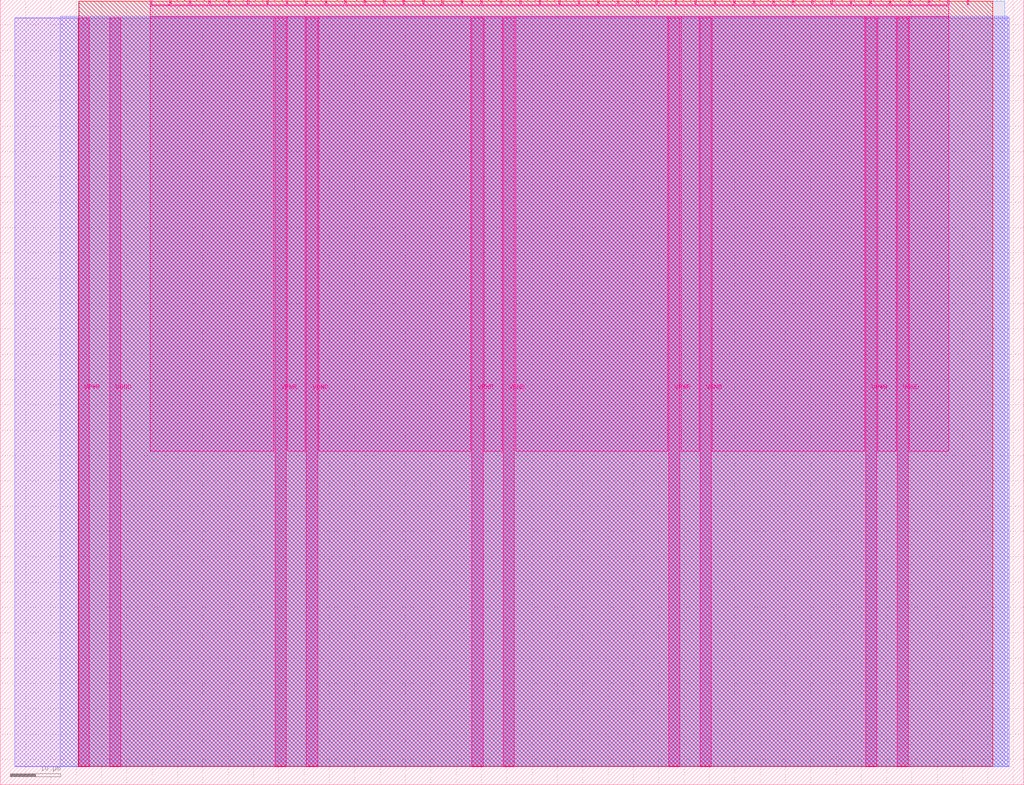
<source format=lef>
VERSION 5.7 ;
  NOWIREEXTENSIONATPIN ON ;
  DIVIDERCHAR "/" ;
  BUSBITCHARS "[]" ;
MACRO tt_um_favoritohjs_scroller
  CLASS BLOCK ;
  FOREIGN tt_um_favoritohjs_scroller ;
  ORIGIN 0.000 0.000 ;
  SIZE 202.080 BY 154.980 ;
  PIN VGND
    DIRECTION INOUT ;
    USE GROUND ;
    PORT
      LAYER Metal5 ;
        RECT 21.580 3.560 23.780 151.420 ;
    END
    PORT
      LAYER Metal5 ;
        RECT 60.450 3.560 62.650 151.420 ;
    END
    PORT
      LAYER Metal5 ;
        RECT 99.320 3.560 101.520 151.420 ;
    END
    PORT
      LAYER Metal5 ;
        RECT 138.190 3.560 140.390 151.420 ;
    END
    PORT
      LAYER Metal5 ;
        RECT 177.060 3.560 179.260 151.420 ;
    END
  END VGND
  PIN VPWR
    DIRECTION INOUT ;
    USE POWER ;
    PORT
      LAYER Metal5 ;
        RECT 15.380 3.560 17.580 151.420 ;
    END
    PORT
      LAYER Metal5 ;
        RECT 54.250 3.560 56.450 151.420 ;
    END
    PORT
      LAYER Metal5 ;
        RECT 93.120 3.560 95.320 151.420 ;
    END
    PORT
      LAYER Metal5 ;
        RECT 131.990 3.560 134.190 151.420 ;
    END
    PORT
      LAYER Metal5 ;
        RECT 170.860 3.560 173.060 151.420 ;
    END
  END VPWR
  PIN clk
    DIRECTION INPUT ;
    USE SIGNAL ;
    ANTENNAGATEAREA 0.213200 ;
    PORT
      LAYER Metal5 ;
        RECT 187.050 153.980 187.350 154.980 ;
    END
  END clk
  PIN ena
    DIRECTION INPUT ;
    USE SIGNAL ;
    PORT
      LAYER Metal5 ;
        RECT 190.890 153.980 191.190 154.980 ;
    END
  END ena
  PIN rst_n
    DIRECTION INPUT ;
    USE SIGNAL ;
    ANTENNAGATEAREA 0.314600 ;
    PORT
      LAYER Metal5 ;
        RECT 183.210 153.980 183.510 154.980 ;
    END
  END rst_n
  PIN ui_in[0]
    DIRECTION INPUT ;
    USE SIGNAL ;
    PORT
      LAYER Metal5 ;
        RECT 179.370 153.980 179.670 154.980 ;
    END
  END ui_in[0]
  PIN ui_in[1]
    DIRECTION INPUT ;
    USE SIGNAL ;
    PORT
      LAYER Metal5 ;
        RECT 175.530 153.980 175.830 154.980 ;
    END
  END ui_in[1]
  PIN ui_in[2]
    DIRECTION INPUT ;
    USE SIGNAL ;
    PORT
      LAYER Metal5 ;
        RECT 171.690 153.980 171.990 154.980 ;
    END
  END ui_in[2]
  PIN ui_in[3]
    DIRECTION INPUT ;
    USE SIGNAL ;
    PORT
      LAYER Metal5 ;
        RECT 167.850 153.980 168.150 154.980 ;
    END
  END ui_in[3]
  PIN ui_in[4]
    DIRECTION INPUT ;
    USE SIGNAL ;
    PORT
      LAYER Metal5 ;
        RECT 164.010 153.980 164.310 154.980 ;
    END
  END ui_in[4]
  PIN ui_in[5]
    DIRECTION INPUT ;
    USE SIGNAL ;
    PORT
      LAYER Metal5 ;
        RECT 160.170 153.980 160.470 154.980 ;
    END
  END ui_in[5]
  PIN ui_in[6]
    DIRECTION INPUT ;
    USE SIGNAL ;
    PORT
      LAYER Metal5 ;
        RECT 156.330 153.980 156.630 154.980 ;
    END
  END ui_in[6]
  PIN ui_in[7]
    DIRECTION INPUT ;
    USE SIGNAL ;
    PORT
      LAYER Metal5 ;
        RECT 152.490 153.980 152.790 154.980 ;
    END
  END ui_in[7]
  PIN uio_in[0]
    DIRECTION INPUT ;
    USE SIGNAL ;
    PORT
      LAYER Metal5 ;
        RECT 148.650 153.980 148.950 154.980 ;
    END
  END uio_in[0]
  PIN uio_in[1]
    DIRECTION INPUT ;
    USE SIGNAL ;
    PORT
      LAYER Metal5 ;
        RECT 144.810 153.980 145.110 154.980 ;
    END
  END uio_in[1]
  PIN uio_in[2]
    DIRECTION INPUT ;
    USE SIGNAL ;
    PORT
      LAYER Metal5 ;
        RECT 140.970 153.980 141.270 154.980 ;
    END
  END uio_in[2]
  PIN uio_in[3]
    DIRECTION INPUT ;
    USE SIGNAL ;
    PORT
      LAYER Metal5 ;
        RECT 137.130 153.980 137.430 154.980 ;
    END
  END uio_in[3]
  PIN uio_in[4]
    DIRECTION INPUT ;
    USE SIGNAL ;
    PORT
      LAYER Metal5 ;
        RECT 133.290 153.980 133.590 154.980 ;
    END
  END uio_in[4]
  PIN uio_in[5]
    DIRECTION INPUT ;
    USE SIGNAL ;
    PORT
      LAYER Metal5 ;
        RECT 129.450 153.980 129.750 154.980 ;
    END
  END uio_in[5]
  PIN uio_in[6]
    DIRECTION INPUT ;
    USE SIGNAL ;
    PORT
      LAYER Metal5 ;
        RECT 125.610 153.980 125.910 154.980 ;
    END
  END uio_in[6]
  PIN uio_in[7]
    DIRECTION INPUT ;
    USE SIGNAL ;
    PORT
      LAYER Metal5 ;
        RECT 121.770 153.980 122.070 154.980 ;
    END
  END uio_in[7]
  PIN uio_oe[0]
    DIRECTION OUTPUT ;
    USE SIGNAL ;
    ANTENNADIFFAREA 0.299200 ;
    PORT
      LAYER Metal5 ;
        RECT 56.490 153.980 56.790 154.980 ;
    END
  END uio_oe[0]
  PIN uio_oe[1]
    DIRECTION OUTPUT ;
    USE SIGNAL ;
    ANTENNADIFFAREA 0.299200 ;
    PORT
      LAYER Metal5 ;
        RECT 52.650 153.980 52.950 154.980 ;
    END
  END uio_oe[1]
  PIN uio_oe[2]
    DIRECTION OUTPUT ;
    USE SIGNAL ;
    ANTENNADIFFAREA 0.299200 ;
    PORT
      LAYER Metal5 ;
        RECT 48.810 153.980 49.110 154.980 ;
    END
  END uio_oe[2]
  PIN uio_oe[3]
    DIRECTION OUTPUT ;
    USE SIGNAL ;
    ANTENNADIFFAREA 0.299200 ;
    PORT
      LAYER Metal5 ;
        RECT 44.970 153.980 45.270 154.980 ;
    END
  END uio_oe[3]
  PIN uio_oe[4]
    DIRECTION OUTPUT ;
    USE SIGNAL ;
    ANTENNADIFFAREA 0.299200 ;
    PORT
      LAYER Metal5 ;
        RECT 41.130 153.980 41.430 154.980 ;
    END
  END uio_oe[4]
  PIN uio_oe[5]
    DIRECTION OUTPUT ;
    USE SIGNAL ;
    ANTENNADIFFAREA 0.299200 ;
    PORT
      LAYER Metal5 ;
        RECT 37.290 153.980 37.590 154.980 ;
    END
  END uio_oe[5]
  PIN uio_oe[6]
    DIRECTION OUTPUT ;
    USE SIGNAL ;
    ANTENNADIFFAREA 0.299200 ;
    PORT
      LAYER Metal5 ;
        RECT 33.450 153.980 33.750 154.980 ;
    END
  END uio_oe[6]
  PIN uio_oe[7]
    DIRECTION OUTPUT ;
    USE SIGNAL ;
    ANTENNADIFFAREA 0.299200 ;
    PORT
      LAYER Metal5 ;
        RECT 29.610 153.980 29.910 154.980 ;
    END
  END uio_oe[7]
  PIN uio_out[0]
    DIRECTION OUTPUT ;
    USE SIGNAL ;
    ANTENNADIFFAREA 0.299200 ;
    PORT
      LAYER Metal5 ;
        RECT 87.210 153.980 87.510 154.980 ;
    END
  END uio_out[0]
  PIN uio_out[1]
    DIRECTION OUTPUT ;
    USE SIGNAL ;
    ANTENNADIFFAREA 0.299200 ;
    PORT
      LAYER Metal5 ;
        RECT 83.370 153.980 83.670 154.980 ;
    END
  END uio_out[1]
  PIN uio_out[2]
    DIRECTION OUTPUT ;
    USE SIGNAL ;
    ANTENNADIFFAREA 0.299200 ;
    PORT
      LAYER Metal5 ;
        RECT 79.530 153.980 79.830 154.980 ;
    END
  END uio_out[2]
  PIN uio_out[3]
    DIRECTION OUTPUT ;
    USE SIGNAL ;
    ANTENNADIFFAREA 0.299200 ;
    PORT
      LAYER Metal5 ;
        RECT 75.690 153.980 75.990 154.980 ;
    END
  END uio_out[3]
  PIN uio_out[4]
    DIRECTION OUTPUT ;
    USE SIGNAL ;
    ANTENNADIFFAREA 0.299200 ;
    PORT
      LAYER Metal5 ;
        RECT 71.850 153.980 72.150 154.980 ;
    END
  END uio_out[4]
  PIN uio_out[5]
    DIRECTION OUTPUT ;
    USE SIGNAL ;
    ANTENNADIFFAREA 0.299200 ;
    PORT
      LAYER Metal5 ;
        RECT 68.010 153.980 68.310 154.980 ;
    END
  END uio_out[5]
  PIN uio_out[6]
    DIRECTION OUTPUT ;
    USE SIGNAL ;
    ANTENNADIFFAREA 0.299200 ;
    PORT
      LAYER Metal5 ;
        RECT 64.170 153.980 64.470 154.980 ;
    END
  END uio_out[6]
  PIN uio_out[7]
    DIRECTION OUTPUT ;
    USE SIGNAL ;
    ANTENNADIFFAREA 0.299200 ;
    PORT
      LAYER Metal5 ;
        RECT 60.330 153.980 60.630 154.980 ;
    END
  END uio_out[7]
  PIN uo_out[0]
    DIRECTION OUTPUT ;
    USE SIGNAL ;
    ANTENNADIFFAREA 0.654800 ;
    PORT
      LAYER Metal5 ;
        RECT 117.930 153.980 118.230 154.980 ;
    END
  END uo_out[0]
  PIN uo_out[1]
    DIRECTION OUTPUT ;
    USE SIGNAL ;
    ANTENNAGATEAREA 0.180700 ;
    ANTENNADIFFAREA 0.632400 ;
    PORT
      LAYER Metal5 ;
        RECT 114.090 153.980 114.390 154.980 ;
    END
  END uo_out[1]
  PIN uo_out[2]
    DIRECTION OUTPUT ;
    USE SIGNAL ;
    ANTENNADIFFAREA 0.632400 ;
    PORT
      LAYER Metal5 ;
        RECT 110.250 153.980 110.550 154.980 ;
    END
  END uo_out[2]
  PIN uo_out[3]
    DIRECTION OUTPUT ;
    USE SIGNAL ;
    ANTENNADIFFAREA 0.654800 ;
    PORT
      LAYER Metal5 ;
        RECT 106.410 153.980 106.710 154.980 ;
    END
  END uo_out[3]
  PIN uo_out[4]
    DIRECTION OUTPUT ;
    USE SIGNAL ;
    ANTENNADIFFAREA 0.654800 ;
    PORT
      LAYER Metal5 ;
        RECT 102.570 153.980 102.870 154.980 ;
    END
  END uo_out[4]
  PIN uo_out[5]
    DIRECTION OUTPUT ;
    USE SIGNAL ;
    ANTENNAGATEAREA 0.180700 ;
    ANTENNADIFFAREA 0.632400 ;
    PORT
      LAYER Metal5 ;
        RECT 98.730 153.980 99.030 154.980 ;
    END
  END uo_out[5]
  PIN uo_out[6]
    DIRECTION OUTPUT ;
    USE SIGNAL ;
    ANTENNADIFFAREA 0.632400 ;
    PORT
      LAYER Metal5 ;
        RECT 94.890 153.980 95.190 154.980 ;
    END
  END uo_out[6]
  PIN uo_out[7]
    DIRECTION OUTPUT ;
    USE SIGNAL ;
    ANTENNADIFFAREA 0.654800 ;
    PORT
      LAYER Metal5 ;
        RECT 91.050 153.980 91.350 154.980 ;
    END
  END uo_out[7]
  OBS
      LAYER GatPoly ;
        RECT 2.880 3.630 199.200 151.350 ;
      LAYER Metal1 ;
        RECT 2.880 3.560 199.200 151.420 ;
      LAYER Metal2 ;
        RECT 11.855 3.680 198.865 151.720 ;
      LAYER Metal3 ;
        RECT 15.560 3.635 198.340 154.705 ;
      LAYER Metal4 ;
        RECT 15.515 3.680 195.985 154.660 ;
      LAYER Metal5 ;
        RECT 30.120 153.770 33.240 153.980 ;
        RECT 33.960 153.770 37.080 153.980 ;
        RECT 37.800 153.770 40.920 153.980 ;
        RECT 41.640 153.770 44.760 153.980 ;
        RECT 45.480 153.770 48.600 153.980 ;
        RECT 49.320 153.770 52.440 153.980 ;
        RECT 53.160 153.770 56.280 153.980 ;
        RECT 57.000 153.770 60.120 153.980 ;
        RECT 60.840 153.770 63.960 153.980 ;
        RECT 64.680 153.770 67.800 153.980 ;
        RECT 68.520 153.770 71.640 153.980 ;
        RECT 72.360 153.770 75.480 153.980 ;
        RECT 76.200 153.770 79.320 153.980 ;
        RECT 80.040 153.770 83.160 153.980 ;
        RECT 83.880 153.770 87.000 153.980 ;
        RECT 87.720 153.770 90.840 153.980 ;
        RECT 91.560 153.770 94.680 153.980 ;
        RECT 95.400 153.770 98.520 153.980 ;
        RECT 99.240 153.770 102.360 153.980 ;
        RECT 103.080 153.770 106.200 153.980 ;
        RECT 106.920 153.770 110.040 153.980 ;
        RECT 110.760 153.770 113.880 153.980 ;
        RECT 114.600 153.770 117.720 153.980 ;
        RECT 118.440 153.770 121.560 153.980 ;
        RECT 122.280 153.770 125.400 153.980 ;
        RECT 126.120 153.770 129.240 153.980 ;
        RECT 129.960 153.770 133.080 153.980 ;
        RECT 133.800 153.770 136.920 153.980 ;
        RECT 137.640 153.770 140.760 153.980 ;
        RECT 141.480 153.770 144.600 153.980 ;
        RECT 145.320 153.770 148.440 153.980 ;
        RECT 149.160 153.770 152.280 153.980 ;
        RECT 153.000 153.770 156.120 153.980 ;
        RECT 156.840 153.770 159.960 153.980 ;
        RECT 160.680 153.770 163.800 153.980 ;
        RECT 164.520 153.770 167.640 153.980 ;
        RECT 168.360 153.770 171.480 153.980 ;
        RECT 172.200 153.770 175.320 153.980 ;
        RECT 176.040 153.770 179.160 153.980 ;
        RECT 179.880 153.770 183.000 153.980 ;
        RECT 183.720 153.770 186.840 153.980 ;
        RECT 29.660 151.630 187.300 153.770 ;
        RECT 29.660 65.795 54.040 151.630 ;
        RECT 56.660 65.795 60.240 151.630 ;
        RECT 62.860 65.795 92.910 151.630 ;
        RECT 95.530 65.795 99.110 151.630 ;
        RECT 101.730 65.795 131.780 151.630 ;
        RECT 134.400 65.795 137.980 151.630 ;
        RECT 140.600 65.795 170.650 151.630 ;
        RECT 173.270 65.795 176.850 151.630 ;
        RECT 179.470 65.795 187.300 151.630 ;
  END
END tt_um_favoritohjs_scroller
END LIBRARY


</source>
